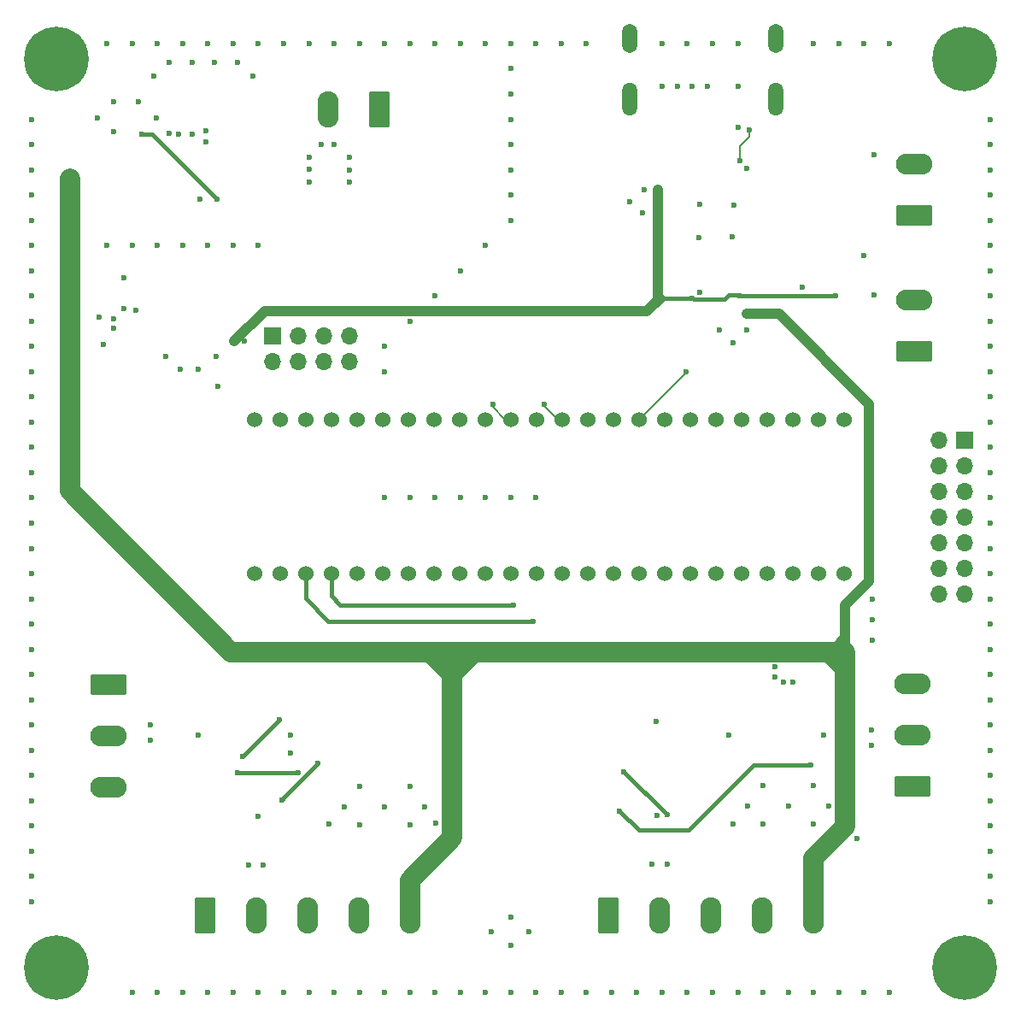
<source format=gbr>
%TF.GenerationSoftware,KiCad,Pcbnew,8.0.4*%
%TF.CreationDate,2024-09-25T08:20:50+02:00*%
%TF.ProjectId,pong_pcb,706f6e67-5f70-4636-922e-6b696361645f,rev?*%
%TF.SameCoordinates,Original*%
%TF.FileFunction,Copper,L4,Bot*%
%TF.FilePolarity,Positive*%
%FSLAX46Y46*%
G04 Gerber Fmt 4.6, Leading zero omitted, Abs format (unit mm)*
G04 Created by KiCad (PCBNEW 8.0.4) date 2024-09-25 08:20:50*
%MOMM*%
%LPD*%
G01*
G04 APERTURE LIST*
G04 Aperture macros list*
%AMRoundRect*
0 Rectangle with rounded corners*
0 $1 Rounding radius*
0 $2 $3 $4 $5 $6 $7 $8 $9 X,Y pos of 4 corners*
0 Add a 4 corners polygon primitive as box body*
4,1,4,$2,$3,$4,$5,$6,$7,$8,$9,$2,$3,0*
0 Add four circle primitives for the rounded corners*
1,1,$1+$1,$2,$3*
1,1,$1+$1,$4,$5*
1,1,$1+$1,$6,$7*
1,1,$1+$1,$8,$9*
0 Add four rect primitives between the rounded corners*
20,1,$1+$1,$2,$3,$4,$5,0*
20,1,$1+$1,$4,$5,$6,$7,0*
20,1,$1+$1,$6,$7,$8,$9,0*
20,1,$1+$1,$8,$9,$2,$3,0*%
G04 Aperture macros list end*
%TA.AperFunction,ComponentPad*%
%ADD10C,0.800000*%
%TD*%
%TA.AperFunction,ComponentPad*%
%ADD11C,6.400000*%
%TD*%
%TA.AperFunction,ComponentPad*%
%ADD12O,1.500000X3.300000*%
%TD*%
%TA.AperFunction,ComponentPad*%
%ADD13O,1.500000X2.890000*%
%TD*%
%TA.AperFunction,ComponentPad*%
%ADD14R,1.700000X1.700000*%
%TD*%
%TA.AperFunction,ComponentPad*%
%ADD15O,1.700000X1.700000*%
%TD*%
%TA.AperFunction,ComponentPad*%
%ADD16RoundRect,0.249999X1.550001X-0.790001X1.550001X0.790001X-1.550001X0.790001X-1.550001X-0.790001X0*%
%TD*%
%TA.AperFunction,ComponentPad*%
%ADD17O,3.600000X2.080000*%
%TD*%
%TA.AperFunction,ComponentPad*%
%ADD18RoundRect,0.249999X-0.790001X-1.550001X0.790001X-1.550001X0.790001X1.550001X-0.790001X1.550001X0*%
%TD*%
%TA.AperFunction,ComponentPad*%
%ADD19O,2.080000X3.600000*%
%TD*%
%TA.AperFunction,ComponentPad*%
%ADD20C,1.524000*%
%TD*%
%TA.AperFunction,ComponentPad*%
%ADD21RoundRect,0.249999X-1.550001X0.790001X-1.550001X-0.790001X1.550001X-0.790001X1.550001X0.790001X0*%
%TD*%
%TA.AperFunction,ComponentPad*%
%ADD22RoundRect,0.249999X0.790001X1.550001X-0.790001X1.550001X-0.790001X-1.550001X0.790001X-1.550001X0*%
%TD*%
%TA.AperFunction,ViaPad*%
%ADD23C,0.600000*%
%TD*%
%TA.AperFunction,Conductor*%
%ADD24C,2.000000*%
%TD*%
%TA.AperFunction,Conductor*%
%ADD25C,1.000000*%
%TD*%
%TA.AperFunction,Conductor*%
%ADD26C,0.800000*%
%TD*%
%TA.AperFunction,Conductor*%
%ADD27C,0.400000*%
%TD*%
%TA.AperFunction,Conductor*%
%ADD28C,0.250000*%
%TD*%
%TA.AperFunction,Conductor*%
%ADD29C,0.200000*%
%TD*%
%TA.AperFunction,Conductor*%
%ADD30C,0.130000*%
%TD*%
G04 APERTURE END LIST*
D10*
%TO.P,H4,1,1*%
%TO.N,GND*%
X152600000Y-139000000D03*
X153302944Y-137302944D03*
X153302944Y-140697056D03*
X155000000Y-136600000D03*
D11*
X155000000Y-139000000D03*
D10*
X155000000Y-141400000D03*
X156697056Y-137302944D03*
X156697056Y-140697056D03*
X157400000Y-139000000D03*
%TD*%
D12*
%TO.P,J2,SH,SH*%
%TO.N,GND*%
X136250000Y-53000000D03*
D13*
X136250000Y-47000000D03*
D12*
X121750000Y-53000000D03*
D13*
X121750000Y-47000000D03*
%TD*%
D14*
%TO.P,J11,1,Pin_1*%
%TO.N,GND*%
X86380000Y-76500000D03*
D15*
%TO.P,J11,2,Pin_2*%
%TO.N,Net-(J11-Pin_2)*%
X86380000Y-79040000D03*
%TO.P,J11,3,Pin_3*%
%TO.N,Net-(J11-Pin_3)*%
X88920000Y-76500000D03*
%TO.P,J11,4,Pin_4*%
%TO.N,Net-(J11-Pin_4)*%
X88920000Y-79040000D03*
%TO.P,J11,5,Pin_5*%
%TO.N,Net-(J11-Pin_5)*%
X91460000Y-76500000D03*
%TO.P,J11,6,Pin_6*%
%TO.N,Net-(J11-Pin_6)*%
X91460000Y-79040000D03*
%TO.P,J11,7,Pin_7*%
%TO.N,Net-(J11-Pin_7)*%
X94000000Y-76500000D03*
%TO.P,J11,8,Pin_8*%
%TO.N,Net-(J11-Pin_8)*%
X94000000Y-79040000D03*
%TD*%
D16*
%TO.P,J4,1,Pin_1*%
%TO.N,/SignalBuffer/ButtonUp2*%
X149822500Y-121080000D03*
D17*
%TO.P,J4,2,Pin_2*%
%TO.N,GND*%
X149822500Y-116000000D03*
%TO.P,J4,3,Pin_3*%
%TO.N,/SignalBuffer/ButtonDown2*%
X149822500Y-110920000D03*
%TD*%
D18*
%TO.P,J7,1,Pin_1*%
%TO.N,/SignalBuffer/Echo2*%
X119640000Y-133822500D03*
D19*
%TO.P,J7,2,Pin_2*%
%TO.N,GND*%
X124720000Y-133822500D03*
%TO.P,J7,3,Pin_3*%
%TO.N,/SignalBuffer/Trigger2_buffered*%
X129800000Y-133822500D03*
%TO.P,J7,4,Pin_4*%
%TO.N,+3.3V*%
X134880000Y-133822500D03*
%TO.P,J7,5,Pin_5*%
%TO.N,+5V*%
X139960000Y-133822500D03*
%TD*%
D16*
%TO.P,J5,1,Pin_1*%
%TO.N,/SignalBuffer/ControllerSelect*%
X149972500Y-78000000D03*
D17*
%TO.P,J5,2,Pin_2*%
%TO.N,GND*%
X149972500Y-72920000D03*
%TD*%
D10*
%TO.P,H2,1,1*%
%TO.N,GND*%
X152600000Y-49000000D03*
X153302944Y-47302944D03*
X153302944Y-50697056D03*
X155000000Y-46600000D03*
D11*
X155000000Y-49000000D03*
D10*
X155000000Y-51400000D03*
X156697056Y-47302944D03*
X156697056Y-50697056D03*
X157400000Y-49000000D03*
%TD*%
D14*
%TO.P,J9,1,Pin_1*%
%TO.N,Net-(J9-Pin_1)*%
X155000000Y-86760000D03*
D15*
%TO.P,J9,2,Pin_2*%
%TO.N,Net-(J9-Pin_2)*%
X152460000Y-86760000D03*
%TO.P,J9,3,Pin_3*%
%TO.N,Net-(J9-Pin_3)*%
X155000000Y-89300000D03*
%TO.P,J9,4,Pin_4*%
%TO.N,Net-(J9-Pin_4)*%
X152460000Y-89300000D03*
%TO.P,J9,5,Pin_5*%
%TO.N,Net-(J9-Pin_5)*%
X155000000Y-91840000D03*
%TO.P,J9,6,Pin_6*%
%TO.N,Net-(J9-Pin_6)*%
X152460000Y-91840000D03*
%TO.P,J9,7,Pin_7*%
%TO.N,Net-(J9-Pin_7)*%
X155000000Y-94380000D03*
%TO.P,J9,8,Pin_8*%
%TO.N,Net-(J9-Pin_8)*%
X152460000Y-94380000D03*
%TO.P,J9,9,Pin_9*%
%TO.N,Net-(J9-Pin_9)*%
X155000000Y-96920000D03*
%TO.P,J9,10,Pin_10*%
%TO.N,Net-(J9-Pin_10)*%
X152460000Y-96920000D03*
%TO.P,J9,11,Pin_11*%
%TO.N,Net-(J9-Pin_11)*%
X155000000Y-99460000D03*
%TO.P,J9,12,Pin_12*%
%TO.N,Net-(J9-Pin_12)*%
X152460000Y-99460000D03*
%TO.P,J9,13,Pin_13*%
%TO.N,Net-(J9-Pin_13)*%
X155000000Y-102000000D03*
%TO.P,J9,14,Pin_14*%
%TO.N,GND*%
X152460000Y-102000000D03*
%TD*%
D20*
%TO.P,U2,1,pio1*%
%TO.N,/FPGA_HDMI/GameReset*%
X84600000Y-100000000D03*
%TO.P,U2,2,pio2*%
%TO.N,/FPGA_HDMI/Controller_switch*%
X87140000Y-100000000D03*
%TO.P,U2,3,pio3*%
%TO.N,/FPGA_HDMI/BTN_up_l*%
X89680000Y-100000000D03*
%TO.P,U2,4,pio4*%
%TO.N,/FPGA_HDMI/BTN_down_l*%
X92220000Y-100000000D03*
%TO.P,U2,5,pio5*%
%TO.N,/FPGA_HDMI/BTN_up_r*%
X94760000Y-100000000D03*
%TO.P,U2,6,pio6*%
%TO.N,/FPGA_HDMI/BTN_down_r*%
X97300000Y-100000000D03*
%TO.P,U2,7,pio7*%
%TO.N,/FPGA_HDMI/Trigger_l*%
X99840000Y-100000000D03*
%TO.P,U2,8,pio8*%
%TO.N,/FPGA_HDMI/Sensor_l*%
X102380000Y-100000000D03*
%TO.P,U2,9,pio9*%
%TO.N,/FPGA_HDMI/Trigger_r*%
X104920000Y-100000000D03*
%TO.P,U2,10,pio10*%
%TO.N,/FPGA_HDMI/Sensor_r*%
X107460000Y-100000000D03*
%TO.P,U2,11,pio11*%
%TO.N,Net-(J9-Pin_1)*%
X110000000Y-100000000D03*
%TO.P,U2,12,pio12*%
%TO.N,Net-(J9-Pin_2)*%
X112540000Y-100000000D03*
%TO.P,U2,13,pio13*%
%TO.N,Net-(J9-Pin_3)*%
X115080000Y-100000000D03*
%TO.P,U2,14,pio14*%
%TO.N,Net-(J9-Pin_4)*%
X117620000Y-100000000D03*
%TO.P,U2,15,pio15*%
%TO.N,Net-(J9-Pin_5)*%
X120160000Y-100000000D03*
%TO.P,U2,16,pio16*%
%TO.N,Net-(J9-Pin_6)*%
X122700000Y-100000000D03*
%TO.P,U2,17,pio17*%
%TO.N,Net-(J9-Pin_7)*%
X125240000Y-100000000D03*
%TO.P,U2,18,pio18*%
%TO.N,Net-(J9-Pin_8)*%
X127780000Y-100000000D03*
%TO.P,U2,19,pio19*%
%TO.N,Net-(J9-Pin_9)*%
X130320000Y-100000000D03*
%TO.P,U2,20,pio20*%
%TO.N,Net-(J9-Pin_10)*%
X132860000Y-100000000D03*
%TO.P,U2,21,pio21*%
%TO.N,Net-(J9-Pin_11)*%
X135400000Y-100000000D03*
%TO.P,U2,22,pio22*%
%TO.N,Net-(J9-Pin_12)*%
X137940000Y-100000000D03*
%TO.P,U2,23,pio23*%
%TO.N,Net-(J9-Pin_13)*%
X140480000Y-100000000D03*
%TO.P,U2,24,VU*%
%TO.N,VU*%
X143020000Y-100000000D03*
%TO.P,U2,25,GND*%
%TO.N,GND*%
X143020000Y-84760000D03*
%TO.P,U2,26,pio26*%
%TO.N,unconnected-(U2-pio26-Pad26)*%
X140480000Y-84760000D03*
%TO.P,U2,27,pio27*%
%TO.N,unconnected-(U2-pio27-Pad27)*%
X137940000Y-84760000D03*
%TO.P,U2,28,pio28*%
%TO.N,unconnected-(U2-pio28-Pad28)*%
X135400000Y-84760000D03*
%TO.P,U2,29,pio29*%
%TO.N,unconnected-(U2-pio29-Pad29)*%
X132860000Y-84760000D03*
%TO.P,U2,30,pio30*%
%TO.N,Hdmil_DDC_data*%
X130320000Y-84760000D03*
%TO.P,U2,31,pio31*%
%TO.N,Hdmi_DDC_dlk*%
X127780000Y-84760000D03*
%TO.P,U2,32,pio32*%
%TO.N,Hdmi_CEC*%
X125240000Y-84760000D03*
%TO.P,U2,33,pio33*%
%TO.N,Hdmi_out_hpd*%
X122700000Y-84760000D03*
%TO.P,U2,34,pio34*%
%TO.N,Hdmi_out_clk-*%
X120160000Y-84760000D03*
%TO.P,U2,35,pio35*%
%TO.N,Hdmi_out_clk+*%
X117620000Y-84760000D03*
%TO.P,U2,36,pio36*%
%TO.N,Hdmi_out_data_0+*%
X115080000Y-84760000D03*
%TO.P,U2,37,pio37*%
%TO.N,Hdmi_out_data_0-*%
X112540000Y-84760000D03*
%TO.P,U2,38,pio38*%
%TO.N,Hdmi_out_data_1+*%
X110000000Y-84760000D03*
%TO.P,U2,39,pio39*%
%TO.N,Hdmi_out_data_1-*%
X107460000Y-84760000D03*
%TO.P,U2,40,pio40*%
%TO.N,Hdmi_out_data_2-*%
X104920000Y-84760000D03*
%TO.P,U2,41,pio41*%
%TO.N,Hdmi_out_data_2+*%
X102380000Y-84760000D03*
%TO.P,U2,42,pio42*%
%TO.N,Net-(J11-Pin_8)*%
X99840000Y-84760000D03*
%TO.P,U2,43,pio43*%
%TO.N,Net-(J11-Pin_7)*%
X97300000Y-84760000D03*
%TO.P,U2,44,pio44*%
%TO.N,Net-(J11-Pin_6)*%
X94760000Y-84760000D03*
%TO.P,U2,45,pio45*%
%TO.N,Net-(J11-Pin_5)*%
X92220000Y-84760000D03*
%TO.P,U2,46,pio46*%
%TO.N,Net-(J11-Pin_4)*%
X89680000Y-84760000D03*
%TO.P,U2,47,pio47*%
%TO.N,Net-(J11-Pin_3)*%
X87140000Y-84760000D03*
%TO.P,U2,48,pio48*%
%TO.N,Net-(J11-Pin_2)*%
X84600000Y-84760000D03*
%TD*%
D16*
%TO.P,J8,1,Pin_1*%
%TO.N,/SignalBuffer/GameReset*%
X149972500Y-64540000D03*
D17*
%TO.P,J8,2,Pin_2*%
%TO.N,GND*%
X149972500Y-59460000D03*
%TD*%
D18*
%TO.P,J6,1,Pin_1*%
%TO.N,/SignalBuffer/Echo1*%
X79680000Y-133822500D03*
D19*
%TO.P,J6,2,Pin_2*%
%TO.N,GND*%
X84760000Y-133822500D03*
%TO.P,J6,3,Pin_3*%
%TO.N,/SignalBuffer/Trigger1_buffered*%
X89840000Y-133822500D03*
%TO.P,J6,4,Pin_4*%
%TO.N,+3.3V*%
X94920000Y-133822500D03*
%TO.P,J6,5,Pin_5*%
%TO.N,+5V*%
X100000000Y-133822500D03*
%TD*%
D21*
%TO.P,J3,1,Pin_1*%
%TO.N,/SignalBuffer/ButtonUp1*%
X70177500Y-111000000D03*
D17*
%TO.P,J3,2,Pin_2*%
%TO.N,GND*%
X70177500Y-116080000D03*
%TO.P,J3,3,Pin_3*%
%TO.N,/SignalBuffer/ButtonDown1*%
X70177500Y-121160000D03*
%TD*%
D10*
%TO.P,H3,1,1*%
%TO.N,GND*%
X62600000Y-139000000D03*
X63302944Y-137302944D03*
X63302944Y-140697056D03*
X65000000Y-136600000D03*
D11*
X65000000Y-139000000D03*
D10*
X65000000Y-141400000D03*
X66697056Y-137302944D03*
X66697056Y-140697056D03*
X67400000Y-139000000D03*
%TD*%
%TO.P,H1,1,1*%
%TO.N,GND*%
X62600000Y-49000000D03*
X63302944Y-47302944D03*
X63302944Y-50697056D03*
X65000000Y-46600000D03*
D11*
X65000000Y-49000000D03*
D10*
X65000000Y-51400000D03*
X66697056Y-47302944D03*
X66697056Y-50697056D03*
X67400000Y-49000000D03*
%TD*%
D22*
%TO.P,J1,1,Pin_1*%
%TO.N,/power_in*%
X97000000Y-54027500D03*
D19*
%TO.P,J1,2,Pin_2*%
%TO.N,GND*%
X91920000Y-54027500D03*
%TD*%
D23*
%TO.N,GND*%
X85500000Y-128830000D03*
X137500000Y-141500000D03*
X90000000Y-47500000D03*
X107500000Y-141500000D03*
X79225000Y-62900000D03*
X82500000Y-141500000D03*
X107500000Y-67500000D03*
X145750000Y-115500000D03*
X62500000Y-127500000D03*
X73125000Y-53300000D03*
X130700000Y-75900000D03*
X157500000Y-55000000D03*
X137000000Y-110750000D03*
X62500000Y-100000000D03*
X140000000Y-124800000D03*
X110000000Y-57500000D03*
X142500000Y-47500000D03*
X128700000Y-63400000D03*
X76125000Y-56400000D03*
X69025000Y-54900000D03*
X100000000Y-75000000D03*
X62500000Y-117500000D03*
X157500000Y-102500000D03*
X157500000Y-80000000D03*
X84000000Y-128830000D03*
X62500000Y-82500000D03*
X157500000Y-92500000D03*
X127500000Y-141500000D03*
X145750000Y-117000000D03*
X62500000Y-107500000D03*
X110000000Y-141500000D03*
X125500000Y-128750000D03*
X135000000Y-121000000D03*
X157500000Y-130000000D03*
X94000000Y-60000000D03*
X70620000Y-74765000D03*
X79000000Y-116000000D03*
X132100000Y-63500000D03*
X127500000Y-47500000D03*
X85000000Y-47500000D03*
X157500000Y-112500000D03*
X157500000Y-97500000D03*
X69670000Y-77315000D03*
X157500000Y-100000000D03*
X157500000Y-60000000D03*
X78425000Y-49400000D03*
X80770000Y-78515000D03*
X121800000Y-63200000D03*
X62500000Y-87500000D03*
X80625000Y-49400000D03*
X71690000Y-73765000D03*
X95000000Y-121080000D03*
X70000000Y-47500000D03*
X157500000Y-72500000D03*
X70000000Y-67500000D03*
X140000000Y-141500000D03*
X62500000Y-132500000D03*
X62500000Y-112500000D03*
X62500000Y-102500000D03*
X70625000Y-56200000D03*
X85000000Y-141500000D03*
X110000000Y-136850000D03*
X62500000Y-65000000D03*
X85000000Y-124080000D03*
X78425000Y-56500000D03*
X112500000Y-141500000D03*
X157500000Y-120000000D03*
X62500000Y-75000000D03*
X84425000Y-50700000D03*
X79825000Y-56100000D03*
X62500000Y-92500000D03*
X75000000Y-141500000D03*
X157500000Y-67500000D03*
X62500000Y-67500000D03*
X129500000Y-51700000D03*
X140000000Y-121000000D03*
X144350000Y-126250000D03*
X110000000Y-62500000D03*
X157500000Y-77500000D03*
X133400000Y-59900000D03*
X128675000Y-66700000D03*
X146000000Y-72400000D03*
X101500000Y-123080000D03*
X74250000Y-115000000D03*
X93500000Y-123080000D03*
X128725000Y-72100000D03*
X124375000Y-114625000D03*
X62500000Y-77500000D03*
X110000000Y-50000000D03*
X91250000Y-57500000D03*
X75000000Y-67500000D03*
X157500000Y-107500000D03*
X145000000Y-68500000D03*
X79020000Y-79765000D03*
X132000000Y-77100000D03*
X95000000Y-47500000D03*
X62500000Y-97500000D03*
X145825000Y-104550000D03*
X80000000Y-141500000D03*
X138000000Y-110750000D03*
X75820000Y-78515000D03*
X157500000Y-117500000D03*
X74250000Y-116500000D03*
X138850000Y-71600000D03*
X145000000Y-47500000D03*
X117500000Y-141500000D03*
X157500000Y-87500000D03*
X97500000Y-92500000D03*
X100000000Y-121080000D03*
X107500000Y-47500000D03*
X157500000Y-80000000D03*
X95000000Y-141500000D03*
X62500000Y-90000000D03*
X105000000Y-70000000D03*
X145825000Y-102550000D03*
X157500000Y-122500000D03*
X131600000Y-116000000D03*
X141000000Y-116000000D03*
X157500000Y-65000000D03*
X90000000Y-59950000D03*
X157500000Y-95000000D03*
X82925000Y-49400000D03*
X111800000Y-135500000D03*
X62500000Y-130000000D03*
X72500000Y-141500000D03*
X157500000Y-70000000D03*
X110000000Y-60000000D03*
X136200000Y-109250000D03*
X133400000Y-75900000D03*
X75000000Y-47500000D03*
X105000000Y-141500000D03*
X102500000Y-92500000D03*
X62500000Y-72500000D03*
X62500000Y-62500000D03*
X100000000Y-92500000D03*
X70620000Y-75715000D03*
X110000000Y-65000000D03*
X82500000Y-47500000D03*
X82500000Y-67500000D03*
X157500000Y-110000000D03*
X140000000Y-47500000D03*
X146000000Y-58500000D03*
X62500000Y-125000000D03*
X112500000Y-47500000D03*
X137500000Y-123000000D03*
X62500000Y-80000000D03*
X92500000Y-57500000D03*
X81020000Y-81415000D03*
X136200000Y-110200000D03*
X123100000Y-64300000D03*
X62500000Y-122500000D03*
X92000000Y-124800000D03*
X135000000Y-124800000D03*
X92500000Y-47500000D03*
X132500000Y-51700000D03*
X108100000Y-135500000D03*
X141500000Y-123000000D03*
X90000000Y-58750000D03*
X157500000Y-57500000D03*
X145000000Y-141500000D03*
X77125000Y-56500000D03*
X157500000Y-115000000D03*
X77500000Y-47500000D03*
X92500000Y-141500000D03*
X133500000Y-123000000D03*
X102500000Y-141500000D03*
X110000000Y-52500000D03*
X88200000Y-117750000D03*
X72500000Y-47500000D03*
X115000000Y-47500000D03*
X157500000Y-90000000D03*
X74925000Y-54900000D03*
X157500000Y-105000000D03*
X102500000Y-47500000D03*
X85000000Y-67500000D03*
X77220000Y-79765000D03*
X62500000Y-55000000D03*
X62500000Y-105000000D03*
X62500000Y-70000000D03*
X130000000Y-47500000D03*
X110000000Y-55000000D03*
X126500000Y-51700000D03*
X110000000Y-134050000D03*
X142500000Y-141500000D03*
X76125000Y-49400000D03*
X97500000Y-141500000D03*
X157500000Y-82500000D03*
X105000000Y-47500000D03*
X94000000Y-58750000D03*
X125000000Y-51700000D03*
X157500000Y-127500000D03*
X110000000Y-47500000D03*
X62500000Y-85000000D03*
X90000000Y-61250000D03*
X69220000Y-74636250D03*
X102500000Y-72500000D03*
X62500000Y-95000000D03*
X62500000Y-115000000D03*
X62500000Y-120000000D03*
X87500000Y-47500000D03*
X100000000Y-141500000D03*
X94000000Y-61250000D03*
X117500000Y-47500000D03*
X135000000Y-141500000D03*
X80000000Y-47500000D03*
X132000000Y-124800000D03*
X157500000Y-62500000D03*
X124500000Y-124000000D03*
X97500000Y-47500000D03*
X95000000Y-124880000D03*
X87500000Y-141500000D03*
X62500000Y-57500000D03*
X100000000Y-124880000D03*
X115000000Y-141500000D03*
X62500000Y-110000000D03*
X97500000Y-123080000D03*
X120000000Y-141500000D03*
X77500000Y-141500000D03*
X100000000Y-47500000D03*
X122500000Y-141500000D03*
X90000000Y-141500000D03*
X157500000Y-75000000D03*
X110000000Y-92500000D03*
X145825000Y-106600000D03*
X132500000Y-47500000D03*
X71670000Y-70665000D03*
X88200000Y-116000000D03*
X157500000Y-125000000D03*
X128000000Y-51700000D03*
X147500000Y-141500000D03*
X79825000Y-57200000D03*
X124000000Y-128750000D03*
X147500000Y-47500000D03*
X72500000Y-67500000D03*
X125000000Y-47500000D03*
X62500000Y-60000000D03*
X131925000Y-66600000D03*
X102550000Y-124750000D03*
X123200000Y-62000000D03*
X70625000Y-53300000D03*
X77500000Y-67500000D03*
X132500000Y-141500000D03*
X97500000Y-77500000D03*
X125000000Y-141500000D03*
X130000000Y-141500000D03*
X105000000Y-92500000D03*
X112500000Y-92500000D03*
X157500000Y-132500000D03*
X97500000Y-80000000D03*
X157500000Y-85000000D03*
X107500000Y-92500000D03*
X74625000Y-50700000D03*
X132500000Y-55800000D03*
X80000000Y-67500000D03*
%TO.N,+5V*%
X73425000Y-56500000D03*
X143150000Y-107750000D03*
X66300000Y-60900000D03*
X66300000Y-61800000D03*
X143150000Y-108700000D03*
X80875000Y-62950000D03*
X133400000Y-74300000D03*
X66300000Y-62700000D03*
%TO.N,+3.3V*%
X83600000Y-77000000D03*
X142200000Y-72500000D03*
X120800000Y-123500000D03*
X128000000Y-72700000D03*
X139760001Y-118939999D03*
X132700000Y-72500000D03*
X82600000Y-77000000D03*
X124600000Y-62000000D03*
%TO.N,/FPGA_HDMI/HDMI_5v*%
X132700000Y-59100000D03*
X133675735Y-56024265D03*
%TO.N,Hdmi_out_data_1+*%
X108218141Y-83214141D03*
%TO.N,Hdmi_out_data_0+*%
X113304000Y-83200000D03*
%TO.N,/FPGA_HDMI/Sensor_l*%
X82900000Y-119700000D03*
X88900000Y-119700000D03*
%TO.N,Hdmi_out_hpd*%
X127375000Y-80000000D03*
%TO.N,/FPGA_HDMI/Trigger_l*%
X90900000Y-118800000D03*
X87300000Y-122400000D03*
%TO.N,/FPGA_HDMI/BTN_down_l*%
X110300000Y-103100000D03*
%TO.N,/FPGA_HDMI/Trigger_r*%
X121200000Y-119600000D03*
X125500000Y-123900000D03*
%TO.N,/FPGA_HDMI/BTN_down_r*%
X83400000Y-118100000D03*
X87050000Y-114450000D03*
%TO.N,/FPGA_HDMI/BTN_up_l*%
X112200000Y-104700000D03*
%TO.N,/3v3-PSU/P_GOOD_3v3*%
X72845000Y-73915000D03*
%TD*%
D24*
%TO.N,+5V*%
X140000000Y-128200000D02*
X140000000Y-134000000D01*
X104200000Y-126200000D02*
X104200000Y-109950000D01*
D25*
X145500000Y-100800000D02*
X143150000Y-103150000D01*
D26*
X143150000Y-106100000D02*
X141500000Y-107750000D01*
D24*
X82250000Y-107750000D02*
X102000000Y-107750000D01*
X66300000Y-62700000D02*
X66300000Y-91800000D01*
X143150000Y-110000000D02*
X143150000Y-109400000D01*
X66300000Y-60900000D02*
X66300000Y-61800000D01*
X143150000Y-110000000D02*
X143150000Y-125050000D01*
X106400000Y-107750000D02*
X106500000Y-107750000D01*
X100000000Y-134080000D02*
X100000000Y-130400000D01*
D27*
X80875000Y-62950000D02*
X74425000Y-56500000D01*
D24*
X106500000Y-107750000D02*
X141500000Y-107750000D01*
X104200000Y-109950000D02*
X106400000Y-107750000D01*
X104200000Y-109950000D02*
X102000000Y-107750000D01*
X100000000Y-130400000D02*
X104200000Y-126200000D01*
X66300000Y-61800000D02*
X66300000Y-62700000D01*
X102000000Y-107750000D02*
X106500000Y-107750000D01*
X66300000Y-91800000D02*
X82250000Y-107750000D01*
D27*
X74425000Y-56500000D02*
X73425000Y-56500000D01*
D25*
X133400000Y-74300000D02*
X136600000Y-74300000D01*
X143150000Y-106000000D02*
X143150000Y-107750000D01*
X136600000Y-74300000D02*
X145500000Y-83200000D01*
X143150000Y-103150000D02*
X143150000Y-106000000D01*
D26*
X143150000Y-106000000D02*
X143150000Y-106100000D01*
D24*
X141500000Y-107750000D02*
X143150000Y-107750000D01*
X143150000Y-109400000D02*
X141500000Y-107750000D01*
D25*
X145500000Y-83200000D02*
X145500000Y-100800000D01*
D24*
X143150000Y-107750000D02*
X143150000Y-110000000D01*
X143150000Y-125050000D02*
X140000000Y-128200000D01*
D27*
%TO.N,+3.3V*%
X125750000Y-72700000D02*
X125500000Y-72700000D01*
X134060001Y-118939999D02*
X127600000Y-125400000D01*
X125050000Y-72700000D02*
X124600000Y-72250000D01*
D25*
X85600000Y-74000000D02*
X82600000Y-77000000D01*
D27*
X125200000Y-72700000D02*
X124500000Y-73400000D01*
X132600000Y-72400000D02*
X132700000Y-72500000D01*
X122700000Y-125400000D02*
X120800000Y-123500000D01*
X125500000Y-72700000D02*
X125200000Y-72700000D01*
X128100000Y-72800000D02*
X131200000Y-72800000D01*
X125200000Y-72700000D02*
X124600000Y-72100000D01*
X124600000Y-72100000D02*
X124600000Y-71750000D01*
X131600000Y-72400000D02*
X132600000Y-72400000D01*
D25*
X124600000Y-71750000D02*
X124600000Y-72900000D01*
D27*
X125050000Y-72700000D02*
X124500000Y-73250000D01*
D25*
X124600000Y-62000000D02*
X124600000Y-71750000D01*
X123500000Y-74000000D02*
X85600000Y-74000000D01*
D27*
X127600000Y-125400000D02*
X122700000Y-125400000D01*
X125500000Y-72700000D02*
X125050000Y-72700000D01*
X124600000Y-72250000D02*
X124600000Y-62000000D01*
X125750000Y-72700000D02*
X125200000Y-72700000D01*
X128000000Y-72700000D02*
X128100000Y-72800000D01*
X131200000Y-72800000D02*
X131600000Y-72400000D01*
D25*
X124600000Y-72900000D02*
X123500000Y-74000000D01*
D27*
X139760001Y-118939999D02*
X134060001Y-118939999D01*
X142200000Y-72500000D02*
X132700000Y-72500000D01*
X128000000Y-72700000D02*
X125750000Y-72700000D01*
D28*
X124600000Y-64400000D02*
X124600000Y-62000000D01*
D29*
%TO.N,/FPGA_HDMI/HDMI_5v*%
X132700000Y-57700000D02*
X132700000Y-59100000D01*
X133675735Y-56024265D02*
X133675735Y-56724265D01*
X133675735Y-56724265D02*
X132700000Y-57700000D01*
D30*
%TO.N,Hdmi_out_data_1+*%
X109460000Y-84760000D02*
X110000000Y-84760000D01*
X108218141Y-83214141D02*
X108218141Y-83518141D01*
X108218141Y-83518141D02*
X109460000Y-84760000D01*
%TO.N,Hdmi_out_data_0+*%
X114660000Y-84760000D02*
X115080000Y-84760000D01*
X113304000Y-83404000D02*
X114660000Y-84760000D01*
X113304000Y-83200000D02*
X113304000Y-83404000D01*
D27*
%TO.N,/FPGA_HDMI/Sensor_l*%
X83400000Y-119700000D02*
X88900000Y-119700000D01*
X82900000Y-119700000D02*
X83400000Y-119700000D01*
D29*
%TO.N,Hdmi_out_hpd*%
X127375000Y-80000000D02*
X127375000Y-80085000D01*
X127375000Y-80085000D02*
X122700000Y-84760000D01*
D27*
%TO.N,/FPGA_HDMI/Trigger_l*%
X87600000Y-122100000D02*
X87300000Y-122400000D01*
X90900000Y-118800000D02*
X87600000Y-122100000D01*
%TO.N,/FPGA_HDMI/BTN_down_l*%
X92220000Y-100000000D02*
X92220000Y-102220000D01*
X92220000Y-102220000D02*
X93100000Y-103100000D01*
X93100000Y-103100000D02*
X110300000Y-103100000D01*
%TO.N,/FPGA_HDMI/Trigger_r*%
X125500000Y-123900000D02*
X121200000Y-119600000D01*
%TO.N,/FPGA_HDMI/BTN_down_r*%
X83400000Y-118100000D02*
X87050000Y-114450000D01*
%TO.N,/FPGA_HDMI/BTN_up_l*%
X89680000Y-102480000D02*
X91900000Y-104700000D01*
X89680000Y-100000000D02*
X89680000Y-102480000D01*
X91900000Y-104700000D02*
X112200000Y-104700000D01*
%TD*%
M02*

</source>
